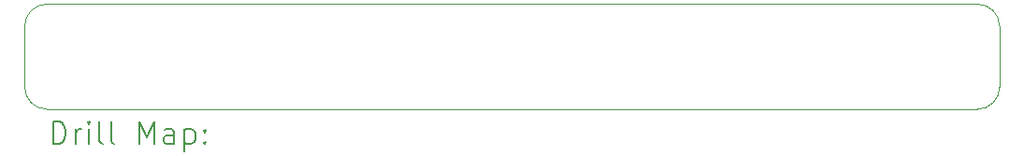
<source format=gbr>
%TF.GenerationSoftware,KiCad,Pcbnew,8.0.2*%
%TF.CreationDate,2024-06-16T16:45:59+02:00*%
%TF.ProjectId,Carte LED,43617274-6520-44c4-9544-2e6b69636164,rev?*%
%TF.SameCoordinates,Original*%
%TF.FileFunction,Drillmap*%
%TF.FilePolarity,Positive*%
%FSLAX45Y45*%
G04 Gerber Fmt 4.5, Leading zero omitted, Abs format (unit mm)*
G04 Created by KiCad (PCBNEW 8.0.2) date 2024-06-16 16:45:59*
%MOMM*%
%LPD*%
G01*
G04 APERTURE LIST*
%ADD10C,0.050000*%
%ADD11C,0.200000*%
G04 APERTURE END LIST*
D10*
X14976500Y-6350000D02*
G75*
G02*
X15176500Y-6550000I0J-200000D01*
G01*
X6350000Y-7102500D02*
X6350000Y-6550000D01*
X14976500Y-7302500D02*
X6550000Y-7302500D01*
X6550000Y-6350000D02*
X14976500Y-6350000D01*
X6550000Y-7302500D02*
G75*
G02*
X6350000Y-7102500I0J200000D01*
G01*
X6350000Y-6550000D02*
G75*
G02*
X6550000Y-6350000I200000J0D01*
G01*
X15176500Y-6550000D02*
X15176500Y-7102500D01*
X15176500Y-7102500D02*
G75*
G02*
X14976500Y-7302500I-200000J0D01*
G01*
D11*
X6608277Y-7616484D02*
X6608277Y-7416484D01*
X6608277Y-7416484D02*
X6655896Y-7416484D01*
X6655896Y-7416484D02*
X6684467Y-7426008D01*
X6684467Y-7426008D02*
X6703515Y-7445055D01*
X6703515Y-7445055D02*
X6713039Y-7464103D01*
X6713039Y-7464103D02*
X6722562Y-7502198D01*
X6722562Y-7502198D02*
X6722562Y-7530769D01*
X6722562Y-7530769D02*
X6713039Y-7568865D01*
X6713039Y-7568865D02*
X6703515Y-7587912D01*
X6703515Y-7587912D02*
X6684467Y-7606960D01*
X6684467Y-7606960D02*
X6655896Y-7616484D01*
X6655896Y-7616484D02*
X6608277Y-7616484D01*
X6808277Y-7616484D02*
X6808277Y-7483150D01*
X6808277Y-7521246D02*
X6817801Y-7502198D01*
X6817801Y-7502198D02*
X6827324Y-7492674D01*
X6827324Y-7492674D02*
X6846372Y-7483150D01*
X6846372Y-7483150D02*
X6865420Y-7483150D01*
X6932086Y-7616484D02*
X6932086Y-7483150D01*
X6932086Y-7416484D02*
X6922562Y-7426008D01*
X6922562Y-7426008D02*
X6932086Y-7435531D01*
X6932086Y-7435531D02*
X6941610Y-7426008D01*
X6941610Y-7426008D02*
X6932086Y-7416484D01*
X6932086Y-7416484D02*
X6932086Y-7435531D01*
X7055896Y-7616484D02*
X7036848Y-7606960D01*
X7036848Y-7606960D02*
X7027324Y-7587912D01*
X7027324Y-7587912D02*
X7027324Y-7416484D01*
X7160658Y-7616484D02*
X7141610Y-7606960D01*
X7141610Y-7606960D02*
X7132086Y-7587912D01*
X7132086Y-7587912D02*
X7132086Y-7416484D01*
X7389229Y-7616484D02*
X7389229Y-7416484D01*
X7389229Y-7416484D02*
X7455896Y-7559341D01*
X7455896Y-7559341D02*
X7522562Y-7416484D01*
X7522562Y-7416484D02*
X7522562Y-7616484D01*
X7703515Y-7616484D02*
X7703515Y-7511722D01*
X7703515Y-7511722D02*
X7693991Y-7492674D01*
X7693991Y-7492674D02*
X7674943Y-7483150D01*
X7674943Y-7483150D02*
X7636848Y-7483150D01*
X7636848Y-7483150D02*
X7617801Y-7492674D01*
X7703515Y-7606960D02*
X7684467Y-7616484D01*
X7684467Y-7616484D02*
X7636848Y-7616484D01*
X7636848Y-7616484D02*
X7617801Y-7606960D01*
X7617801Y-7606960D02*
X7608277Y-7587912D01*
X7608277Y-7587912D02*
X7608277Y-7568865D01*
X7608277Y-7568865D02*
X7617801Y-7549817D01*
X7617801Y-7549817D02*
X7636848Y-7540293D01*
X7636848Y-7540293D02*
X7684467Y-7540293D01*
X7684467Y-7540293D02*
X7703515Y-7530769D01*
X7798753Y-7483150D02*
X7798753Y-7683150D01*
X7798753Y-7492674D02*
X7817801Y-7483150D01*
X7817801Y-7483150D02*
X7855896Y-7483150D01*
X7855896Y-7483150D02*
X7874943Y-7492674D01*
X7874943Y-7492674D02*
X7884467Y-7502198D01*
X7884467Y-7502198D02*
X7893991Y-7521246D01*
X7893991Y-7521246D02*
X7893991Y-7578388D01*
X7893991Y-7578388D02*
X7884467Y-7597436D01*
X7884467Y-7597436D02*
X7874943Y-7606960D01*
X7874943Y-7606960D02*
X7855896Y-7616484D01*
X7855896Y-7616484D02*
X7817801Y-7616484D01*
X7817801Y-7616484D02*
X7798753Y-7606960D01*
X7979705Y-7597436D02*
X7989229Y-7606960D01*
X7989229Y-7606960D02*
X7979705Y-7616484D01*
X7979705Y-7616484D02*
X7970182Y-7606960D01*
X7970182Y-7606960D02*
X7979705Y-7597436D01*
X7979705Y-7597436D02*
X7979705Y-7616484D01*
X7979705Y-7492674D02*
X7989229Y-7502198D01*
X7989229Y-7502198D02*
X7979705Y-7511722D01*
X7979705Y-7511722D02*
X7970182Y-7502198D01*
X7970182Y-7502198D02*
X7979705Y-7492674D01*
X7979705Y-7492674D02*
X7979705Y-7511722D01*
M02*

</source>
